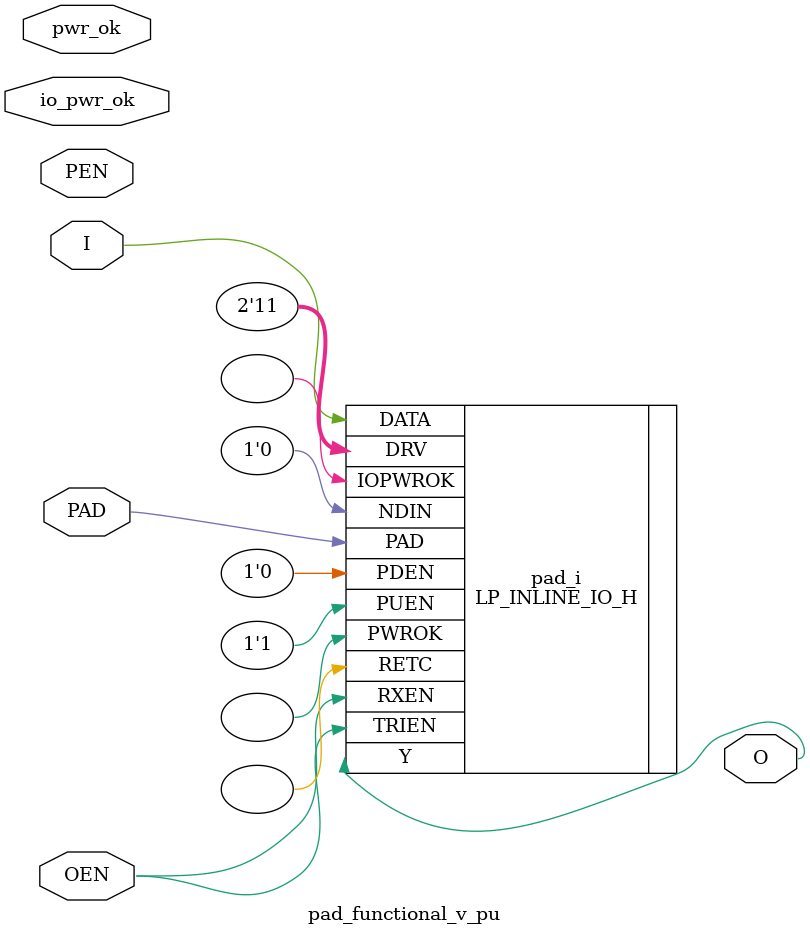
<source format=v>
module pad_functional_h_pd (
	OEN,
	I,
	io_pwr_ok,
	pwr_ok,
	O,
	PEN,
	PAD
);
	input wire OEN;
	input wire I;
	inout wire io_pwr_ok;
	inout wire pwr_ok;
	output wire O;
	input wire PEN;
	inout wire PAD;
	LP_INLINE_IO_H pad_i(
		.DATA(I),
		.Y(O),
		.PAD(PAD),
		.IOPWROK(),
		.PWROK(),
		.NDIN(1'b0),
		.RXEN(OEN),
		.DRV(2'b11),
		.TRIEN(OEN),
		.PUEN(1'b0),
		.PDEN(1'b1),
		.RETC()
	);
endmodule
module pad_functional_v_pd (
	OEN,
	I,
	io_pwr_ok,
	pwr_ok,
	O,
	PEN,
	PAD
);
	input wire OEN;
	input wire I;
	inout wire io_pwr_ok;
	inout wire pwr_ok;
	output wire O;
	input wire PEN;
	inout wire PAD;
	LP_INLINE_IO_H pad_i(
		.DATA(I),
		.Y(O),
		.PAD(PAD),
		.IOPWROK(),
		.PWROK(),
		.NDIN(1'b0),
		.RXEN(OEN),
		.DRV(2'b11),
		.TRIEN(OEN),
		.PUEN(1'b0),
		.PDEN(1'b1),
		.RETC()
	);
endmodule
module pad_functional_h_pu (
	OEN,
	I,
	io_pwr_ok,
	pwr_ok,
	O,
	PEN,
	PAD
);
	input wire OEN;
	input wire I;
	inout wire io_pwr_ok;
	inout wire pwr_ok;
	output wire O;
	input wire PEN;
	inout wire PAD;
	LP_INLINE_IO_H pad_i(
		.DATA(I),
		.Y(O),
		.PAD(PAD),
		.IOPWROK(),
		.PWROK(),
		.NDIN(1'b0),
		.RXEN(OEN),
		.DRV(2'b11),
		.TRIEN(OEN),
		.PUEN(1'b1),
		.PDEN(1'b0),
		.RETC()
	);
endmodule
module pad_functional_v_pu (
	OEN,
	I,
	io_pwr_ok,
	pwr_ok,
	O,
	PEN,
	PAD
);
	input wire OEN;
	input wire I;
	inout wire io_pwr_ok;
	input wire pwr_ok;
	output wire O;
	input wire PEN;
	inout wire PAD;
	LP_INLINE_IO_H pad_i(
		.DATA(I),
		.Y(O),
		.PAD(PAD),
		.IOPWROK(),
		.PWROK(),
		.NDIN(1'b0),
		.RXEN(OEN),
		.DRV(2'b11),
		.TRIEN(OEN),
		.PUEN(1'b1),
		.PDEN(1'b0),
		.RETC()
	);
endmodule

</source>
